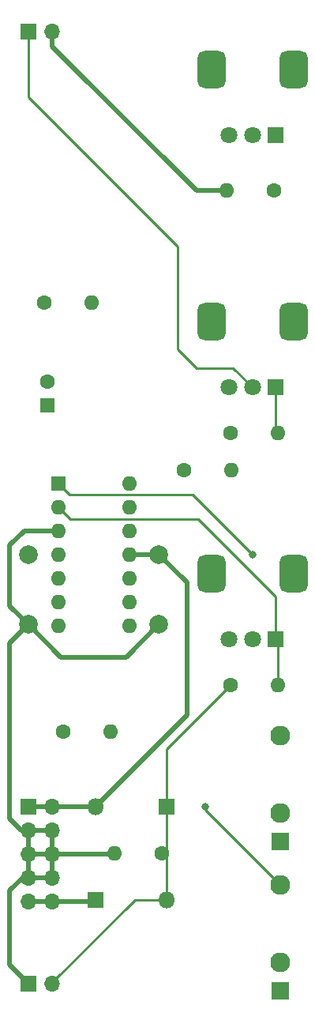
<source format=gbr>
%TF.GenerationSoftware,KiCad,Pcbnew,(6.0.4-0)*%
%TF.CreationDate,2022-12-20T09:13:05-08:00*%
%TF.ProjectId,reverb_v2,72657665-7262-45f7-9632-2e6b69636164,rev?*%
%TF.SameCoordinates,Original*%
%TF.FileFunction,Copper,L1,Top*%
%TF.FilePolarity,Positive*%
%FSLAX46Y46*%
G04 Gerber Fmt 4.6, Leading zero omitted, Abs format (unit mm)*
G04 Created by KiCad (PCBNEW (6.0.4-0)) date 2022-12-20 09:13:05*
%MOMM*%
%LPD*%
G01*
G04 APERTURE LIST*
G04 Aperture macros list*
%AMRoundRect*
0 Rectangle with rounded corners*
0 $1 Rounding radius*
0 $2 $3 $4 $5 $6 $7 $8 $9 X,Y pos of 4 corners*
0 Add a 4 corners polygon primitive as box body*
4,1,4,$2,$3,$4,$5,$6,$7,$8,$9,$2,$3,0*
0 Add four circle primitives for the rounded corners*
1,1,$1+$1,$2,$3*
1,1,$1+$1,$4,$5*
1,1,$1+$1,$6,$7*
1,1,$1+$1,$8,$9*
0 Add four rect primitives between the rounded corners*
20,1,$1+$1,$2,$3,$4,$5,0*
20,1,$1+$1,$4,$5,$6,$7,0*
20,1,$1+$1,$6,$7,$8,$9,0*
20,1,$1+$1,$8,$9,$2,$3,0*%
G04 Aperture macros list end*
%TA.AperFunction,ComponentPad*%
%ADD10C,1.600000*%
%TD*%
%TA.AperFunction,ComponentPad*%
%ADD11O,1.600000X1.600000*%
%TD*%
%TA.AperFunction,ComponentPad*%
%ADD12C,2.000000*%
%TD*%
%TA.AperFunction,ComponentPad*%
%ADD13R,1.600000X1.600000*%
%TD*%
%TA.AperFunction,ComponentPad*%
%ADD14R,1.700000X1.700000*%
%TD*%
%TA.AperFunction,ComponentPad*%
%ADD15O,1.700000X1.700000*%
%TD*%
%TA.AperFunction,ComponentPad*%
%ADD16R,1.800000X1.800000*%
%TD*%
%TA.AperFunction,ComponentPad*%
%ADD17O,1.800000X1.800000*%
%TD*%
%TA.AperFunction,ComponentPad*%
%ADD18C,1.800000*%
%TD*%
%TA.AperFunction,ComponentPad*%
%ADD19RoundRect,0.750000X0.750000X-1.250000X0.750000X1.250000X-0.750000X1.250000X-0.750000X-1.250000X0*%
%TD*%
%TA.AperFunction,ComponentPad*%
%ADD20R,1.930000X1.830000*%
%TD*%
%TA.AperFunction,ComponentPad*%
%ADD21C,2.130000*%
%TD*%
%TA.AperFunction,ViaPad*%
%ADD22C,0.800000*%
%TD*%
%TA.AperFunction,Conductor*%
%ADD23C,0.500000*%
%TD*%
%TA.AperFunction,Conductor*%
%ADD24C,0.250000*%
%TD*%
G04 APERTURE END LIST*
D10*
%TO.P,R6,1*%
%TO.N,Net-(R2-Pad2)*%
X165685000Y-87000000D03*
D11*
%TO.P,R6,2*%
%TO.N,Net-(R6-Pad2)*%
X170765000Y-87000000D03*
%TD*%
D10*
%TO.P,R2,1*%
%TO.N,Net-(R2-Pad1)*%
X160685000Y-91000000D03*
D11*
%TO.P,R2,2*%
%TO.N,Net-(R2-Pad2)*%
X165765000Y-91000000D03*
%TD*%
D10*
%TO.P,R1,1*%
%TO.N,Net-(D1-Pad2)*%
X158315000Y-132000000D03*
D11*
%TO.P,R1,2*%
%TO.N,GND*%
X153235000Y-132000000D03*
%TD*%
D12*
%TO.P,C3,1*%
%TO.N,-12V*%
X158000000Y-100000000D03*
%TO.P,C3,2*%
%TO.N,GND*%
X158000000Y-107500000D03*
%TD*%
D13*
%TO.P,U1,1*%
%TO.N,Net-(C1-Pad1)*%
X147200000Y-92375000D03*
D11*
%TO.P,U1,2,-*%
%TO.N,Net-(R3-Pad2)*%
X147200000Y-94915000D03*
%TO.P,U1,3,+*%
%TO.N,GND*%
X147200000Y-97455000D03*
%TO.P,U1,4,V+*%
%TO.N,+12V*%
X147200000Y-99995000D03*
%TO.P,U1,5,+*%
%TO.N,Net-(RV_dry/wet1-Pad2)*%
X147200000Y-102535000D03*
%TO.P,U1,6,-*%
%TO.N,Net-(R4-Pad1)*%
X147200000Y-105075000D03*
%TO.P,U1,7*%
X147200000Y-107615000D03*
%TO.P,U1,8*%
%TO.N,Net-(U1-Pad8)*%
X154820000Y-107615000D03*
%TO.P,U1,9,-*%
%TO.N,Net-(R2-Pad2)*%
X154820000Y-105075000D03*
%TO.P,U1,10,+*%
%TO.N,GND*%
X154820000Y-102535000D03*
%TO.P,U1,11,V-*%
%TO.N,-12V*%
X154820000Y-99995000D03*
%TO.P,U1,12,+*%
%TO.N,dry*%
X154820000Y-97455000D03*
%TO.P,U1,13,-*%
%TO.N,Net-(R2-Pad1)*%
X154820000Y-94915000D03*
%TO.P,U1,14*%
X154820000Y-92375000D03*
%TD*%
D14*
%TO.P,J5,1,Pin_1*%
%TO.N,-12V*%
X144000000Y-127000000D03*
D15*
%TO.P,J5,2,Pin_2*%
X146540000Y-127000000D03*
%TO.P,J5,3,Pin_3*%
%TO.N,GND*%
X144000000Y-129540000D03*
%TO.P,J5,4,Pin_4*%
X146540000Y-129540000D03*
%TO.P,J5,5,Pin_5*%
X144000000Y-132080000D03*
%TO.P,J5,6,Pin_6*%
X146540000Y-132080000D03*
%TO.P,J5,7,Pin_7*%
X144000000Y-134620000D03*
%TO.P,J5,8,Pin_8*%
X146540000Y-134620000D03*
%TO.P,J5,9,Pin_9*%
%TO.N,+12V*%
X144000000Y-137160000D03*
%TO.P,J5,10,Pin_10*%
X146540000Y-137160000D03*
%TD*%
D10*
%TO.P,R5,1*%
%TO.N,dry*%
X170315000Y-61000000D03*
D11*
%TO.P,R5,2*%
%TO.N,GND*%
X165235000Y-61000000D03*
%TD*%
D10*
%TO.P,R4,1*%
%TO.N,Net-(R4-Pad1)*%
X147685000Y-119000000D03*
D11*
%TO.P,R4,2*%
%TO.N,Net-(J6-PadT)*%
X152765000Y-119000000D03*
%TD*%
D14*
%TO.P,J1,1,Pin_1*%
%TO.N,GND*%
X144000000Y-146000000D03*
D15*
%TO.P,J1,2,Pin_2*%
%TO.N,Net-(D1-Pad2)*%
X146540000Y-146000000D03*
%TD*%
D16*
%TO.P,D1,1,K*%
%TO.N,+12V*%
X151190000Y-137000000D03*
D17*
%TO.P,D1,2,A*%
%TO.N,Net-(D1-Pad2)*%
X158810000Y-137000000D03*
%TD*%
D13*
%TO.P,C1,1*%
%TO.N,Net-(C1-Pad1)*%
X146000000Y-84000000D03*
D10*
%TO.P,C1,2*%
%TO.N,Net-(C1-Pad2)*%
X146000000Y-81500000D03*
%TD*%
%TO.P,R3,1*%
%TO.N,Net-(D1-Pad2)*%
X165685000Y-114000000D03*
D11*
%TO.P,R3,2*%
%TO.N,Net-(R3-Pad2)*%
X170765000Y-114000000D03*
%TD*%
D14*
%TO.P,J4,1,Pin_1*%
%TO.N,Net-(U1-Pad8)*%
X144000000Y-44000000D03*
D15*
%TO.P,J4,2,Pin_2*%
%TO.N,GND*%
X146540000Y-44000000D03*
%TD*%
D16*
%TO.P,D2,1,K*%
%TO.N,Net-(D1-Pad2)*%
X158810000Y-127000000D03*
D17*
%TO.P,D2,2,A*%
%TO.N,-12V*%
X151190000Y-127000000D03*
%TD*%
D10*
%TO.P,R_filter1,1*%
%TO.N,Net-(C1-Pad2)*%
X145685000Y-73000000D03*
D11*
%TO.P,R_filter1,2*%
%TO.N,GND*%
X150765000Y-73000000D03*
%TD*%
D12*
%TO.P,C2,1*%
%TO.N,+12V*%
X144000000Y-100000000D03*
%TO.P,C2,2*%
%TO.N,GND*%
X144000000Y-107500000D03*
%TD*%
D16*
%TO.P,RV_dry/wet1,1,1*%
%TO.N,dry*%
X170500000Y-55050000D03*
D18*
%TO.P,RV_dry/wet1,2,2*%
%TO.N,Net-(RV_dry/wet1-Pad2)*%
X168000000Y-55050000D03*
%TO.P,RV_dry/wet1,3,3*%
%TO.N,Net-(C1-Pad2)*%
X165500000Y-55050000D03*
D19*
%TO.P,RV_dry/wet1,MP*%
%TO.N,N/C*%
X163600000Y-48050000D03*
X172400000Y-48050000D03*
%TD*%
D16*
%TO.P,RV_send_gain1,1*%
%TO.N,Net-(R6-Pad2)*%
X170500000Y-82050000D03*
D18*
%TO.P,RV_send_gain1,2*%
%TO.N,Net-(U1-Pad8)*%
X168000000Y-82050000D03*
%TO.P,RV_send_gain1,3*%
%TO.N,N/C*%
X165500000Y-82050000D03*
D19*
%TO.P,RV_send_gain1,MP*%
X163600000Y-75050000D03*
X172400000Y-75050000D03*
%TD*%
D20*
%TO.P,J3,S*%
%TO.N,GND*%
X171000000Y-130780000D03*
D21*
%TO.P,J3,T*%
%TO.N,dry*%
X171000000Y-119380000D03*
%TO.P,J3,TN*%
%TO.N,unconnected-(J3-PadTN)*%
X171000000Y-127680000D03*
%TD*%
D20*
%TO.P,J6,S*%
%TO.N,GND*%
X171000000Y-146780000D03*
D21*
%TO.P,J6,T*%
%TO.N,Net-(J6-PadT)*%
X171000000Y-135380000D03*
%TO.P,J6,TN*%
%TO.N,unconnected-(J6-PadTN)*%
X171000000Y-143680000D03*
%TD*%
D16*
%TO.P,RV_return_gain1,1*%
%TO.N,Net-(R3-Pad2)*%
X170500000Y-109050000D03*
D18*
%TO.P,RV_return_gain1,2*%
%TO.N,Net-(C1-Pad1)*%
X168000000Y-109050000D03*
%TO.P,RV_return_gain1,3*%
%TO.N,N/C*%
X165500000Y-109050000D03*
D19*
%TO.P,RV_return_gain1,MP*%
X163600000Y-102050000D03*
X172400000Y-102050000D03*
%TD*%
D22*
%TO.N,Net-(C1-Pad1)*%
X168000000Y-100000000D03*
%TO.N,Net-(J6-PadT)*%
X163000000Y-127000000D03*
%TD*%
D23*
%TO.N,GND*%
X144000000Y-129540000D02*
X143240000Y-129540000D01*
X143240000Y-129540000D02*
X142000000Y-128300000D01*
X142000000Y-128300000D02*
X142000000Y-109500000D01*
X142000000Y-109500000D02*
X144000000Y-107500000D01*
D24*
%TO.N,Net-(C1-Pad1)*%
X161600000Y-93600000D02*
X148425000Y-93600000D01*
X148425000Y-93600000D02*
X147200000Y-92375000D01*
X168000000Y-100000000D02*
X161600000Y-93600000D01*
D23*
%TO.N,+12V*%
X144000000Y-137160000D02*
X146540000Y-137160000D01*
X146540000Y-137160000D02*
X151030000Y-137160000D01*
X151030000Y-137160000D02*
X151190000Y-137000000D01*
%TO.N,GND*%
X142000000Y-136000000D02*
X142000000Y-144000000D01*
X162000000Y-61000000D02*
X165235000Y-61000000D01*
X146540000Y-44000000D02*
X146540000Y-45540000D01*
X154500000Y-111000000D02*
X147500000Y-111000000D01*
X142000000Y-105500000D02*
X142000000Y-99000000D01*
X153155000Y-132080000D02*
X153235000Y-132000000D01*
X144000000Y-132080000D02*
X146540000Y-132080000D01*
X147500000Y-111000000D02*
X144000000Y-107500000D01*
X142000000Y-144000000D02*
X144000000Y-146000000D01*
X144000000Y-134620000D02*
X143380000Y-134620000D01*
X144000000Y-129540000D02*
X144000000Y-134620000D01*
X158000000Y-107500000D02*
X154500000Y-111000000D01*
X146540000Y-129540000D02*
X146540000Y-134620000D01*
X143545000Y-97455000D02*
X147200000Y-97455000D01*
X144000000Y-134620000D02*
X146540000Y-134620000D01*
X146540000Y-45540000D02*
X162000000Y-61000000D01*
X144000000Y-129540000D02*
X146540000Y-129540000D01*
X144000000Y-107500000D02*
X142000000Y-105500000D01*
X143380000Y-134620000D02*
X142000000Y-136000000D01*
X146540000Y-132080000D02*
X153155000Y-132080000D01*
X142000000Y-99000000D02*
X143545000Y-97455000D01*
%TO.N,-12V*%
X161000000Y-117190000D02*
X151190000Y-127000000D01*
X146540000Y-127000000D02*
X151190000Y-127000000D01*
X154825000Y-100000000D02*
X154820000Y-99995000D01*
X161000000Y-103000000D02*
X161000000Y-117190000D01*
X144000000Y-127000000D02*
X146540000Y-127000000D01*
X158000000Y-100000000D02*
X154825000Y-100000000D01*
X158000000Y-100000000D02*
X161000000Y-103000000D01*
D24*
%TO.N,Net-(D1-Pad2)*%
X158810000Y-120875000D02*
X165685000Y-114000000D01*
X158810000Y-137000000D02*
X158810000Y-132495000D01*
X158810000Y-132495000D02*
X158315000Y-132000000D01*
X155405000Y-137000000D02*
X146405000Y-146000000D01*
X158810000Y-137000000D02*
X155405000Y-137000000D01*
X158810000Y-127000000D02*
X158810000Y-120875000D01*
X158810000Y-131505000D02*
X158315000Y-132000000D01*
X158810000Y-127000000D02*
X158810000Y-131505000D01*
%TO.N,Net-(J6-PadT)*%
X163000000Y-127380000D02*
X163000000Y-127000000D01*
X171000000Y-135380000D02*
X163000000Y-127380000D01*
%TO.N,Net-(R3-Pad2)*%
X170765000Y-114000000D02*
X170765000Y-109315000D01*
X162234800Y-96200000D02*
X170500000Y-104465200D01*
X170500000Y-104465200D02*
X170500000Y-109050000D01*
X170765000Y-109315000D02*
X170500000Y-109050000D01*
X148485000Y-96200000D02*
X162234800Y-96200000D01*
X147200000Y-94915000D02*
X148485000Y-96200000D01*
%TO.N,Net-(U1-Pad8)*%
X168000000Y-82050000D02*
X165950000Y-80000000D01*
X144000000Y-51000000D02*
X144000000Y-44000000D01*
X160000000Y-67000000D02*
X144000000Y-51000000D01*
X165950000Y-80000000D02*
X162000000Y-80000000D01*
X162000000Y-80000000D02*
X160000000Y-78000000D01*
X160000000Y-78000000D02*
X160000000Y-67000000D01*
%TO.N,Net-(R6-Pad2)*%
X170500000Y-86735000D02*
X170765000Y-87000000D01*
X170500000Y-82050000D02*
X170500000Y-86735000D01*
%TD*%
M02*

</source>
